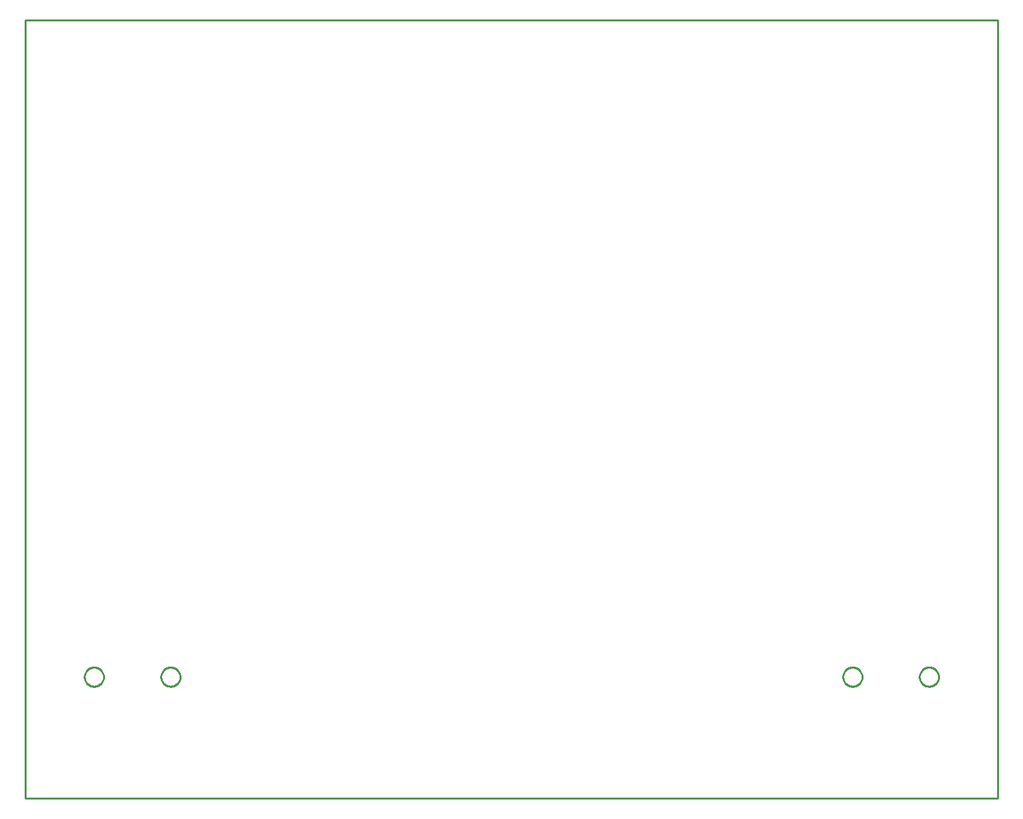
<source format=gbr>
G04 EAGLE Gerber RS-274X export*
G75*
%MOMM*%
%FSLAX34Y34*%
%LPD*%
%IN*%
%IPPOS*%
%AMOC8*
5,1,8,0,0,1.08239X$1,22.5*%
G01*
%ADD10C,0.254000*%


D10*
X0Y0D02*
X1270000Y0D01*
X1270000Y1016000D01*
X0Y1016000D01*
X0Y0D01*
X102200Y158409D02*
X102123Y157430D01*
X101969Y156460D01*
X101740Y155504D01*
X101436Y154570D01*
X101061Y153663D01*
X100615Y152788D01*
X100101Y151950D01*
X99524Y151155D01*
X98886Y150408D01*
X98192Y149714D01*
X97445Y149076D01*
X96650Y148499D01*
X95812Y147985D01*
X94937Y147539D01*
X94030Y147164D01*
X93096Y146860D01*
X92141Y146631D01*
X91170Y146477D01*
X90191Y146400D01*
X89209Y146400D01*
X88230Y146477D01*
X87260Y146631D01*
X86304Y146860D01*
X85370Y147164D01*
X84463Y147539D01*
X83588Y147985D01*
X82750Y148499D01*
X81955Y149076D01*
X81208Y149714D01*
X80514Y150408D01*
X79876Y151155D01*
X79299Y151950D01*
X78785Y152788D01*
X78339Y153663D01*
X77964Y154570D01*
X77660Y155504D01*
X77431Y156460D01*
X77277Y157430D01*
X77200Y158409D01*
X77200Y159391D01*
X77277Y160370D01*
X77431Y161341D01*
X77660Y162296D01*
X77964Y163230D01*
X78339Y164137D01*
X78785Y165012D01*
X79299Y165850D01*
X79876Y166645D01*
X80514Y167392D01*
X81208Y168086D01*
X81955Y168724D01*
X82750Y169301D01*
X83588Y169815D01*
X84463Y170261D01*
X85370Y170636D01*
X86304Y170940D01*
X87260Y171169D01*
X88230Y171323D01*
X89209Y171400D01*
X90191Y171400D01*
X91170Y171323D01*
X92141Y171169D01*
X93096Y170940D01*
X94030Y170636D01*
X94937Y170261D01*
X95812Y169815D01*
X96650Y169301D01*
X97445Y168724D01*
X98192Y168086D01*
X98886Y167392D01*
X99524Y166645D01*
X100101Y165850D01*
X100615Y165012D01*
X101061Y164137D01*
X101436Y163230D01*
X101740Y162296D01*
X101969Y161341D01*
X102123Y160370D01*
X102200Y159391D01*
X102200Y158409D01*
X202200Y158409D02*
X202123Y157430D01*
X201969Y156460D01*
X201740Y155504D01*
X201436Y154570D01*
X201061Y153663D01*
X200615Y152788D01*
X200101Y151950D01*
X199524Y151155D01*
X198886Y150408D01*
X198192Y149714D01*
X197445Y149076D01*
X196650Y148499D01*
X195812Y147985D01*
X194937Y147539D01*
X194030Y147164D01*
X193096Y146860D01*
X192141Y146631D01*
X191170Y146477D01*
X190191Y146400D01*
X189209Y146400D01*
X188230Y146477D01*
X187260Y146631D01*
X186304Y146860D01*
X185370Y147164D01*
X184463Y147539D01*
X183588Y147985D01*
X182750Y148499D01*
X181955Y149076D01*
X181208Y149714D01*
X180514Y150408D01*
X179876Y151155D01*
X179299Y151950D01*
X178785Y152788D01*
X178339Y153663D01*
X177964Y154570D01*
X177660Y155504D01*
X177431Y156460D01*
X177277Y157430D01*
X177200Y158409D01*
X177200Y159391D01*
X177277Y160370D01*
X177431Y161341D01*
X177660Y162296D01*
X177964Y163230D01*
X178339Y164137D01*
X178785Y165012D01*
X179299Y165850D01*
X179876Y166645D01*
X180514Y167392D01*
X181208Y168086D01*
X181955Y168724D01*
X182750Y169301D01*
X183588Y169815D01*
X184463Y170261D01*
X185370Y170636D01*
X186304Y170940D01*
X187260Y171169D01*
X188230Y171323D01*
X189209Y171400D01*
X190191Y171400D01*
X191170Y171323D01*
X192141Y171169D01*
X193096Y170940D01*
X194030Y170636D01*
X194937Y170261D01*
X195812Y169815D01*
X196650Y169301D01*
X197445Y168724D01*
X198192Y168086D01*
X198886Y167392D01*
X199524Y166645D01*
X200101Y165850D01*
X200615Y165012D01*
X201061Y164137D01*
X201436Y163230D01*
X201740Y162296D01*
X201969Y161341D01*
X202123Y160370D01*
X202200Y159391D01*
X202200Y158409D01*
X1092800Y158409D02*
X1092723Y157430D01*
X1092569Y156460D01*
X1092340Y155504D01*
X1092036Y154570D01*
X1091661Y153663D01*
X1091215Y152788D01*
X1090701Y151950D01*
X1090124Y151155D01*
X1089486Y150408D01*
X1088792Y149714D01*
X1088045Y149076D01*
X1087250Y148499D01*
X1086412Y147985D01*
X1085537Y147539D01*
X1084630Y147164D01*
X1083696Y146860D01*
X1082741Y146631D01*
X1081770Y146477D01*
X1080791Y146400D01*
X1079809Y146400D01*
X1078830Y146477D01*
X1077860Y146631D01*
X1076904Y146860D01*
X1075970Y147164D01*
X1075063Y147539D01*
X1074188Y147985D01*
X1073350Y148499D01*
X1072555Y149076D01*
X1071808Y149714D01*
X1071114Y150408D01*
X1070476Y151155D01*
X1069899Y151950D01*
X1069385Y152788D01*
X1068939Y153663D01*
X1068564Y154570D01*
X1068260Y155504D01*
X1068031Y156460D01*
X1067877Y157430D01*
X1067800Y158409D01*
X1067800Y159391D01*
X1067877Y160370D01*
X1068031Y161341D01*
X1068260Y162296D01*
X1068564Y163230D01*
X1068939Y164137D01*
X1069385Y165012D01*
X1069899Y165850D01*
X1070476Y166645D01*
X1071114Y167392D01*
X1071808Y168086D01*
X1072555Y168724D01*
X1073350Y169301D01*
X1074188Y169815D01*
X1075063Y170261D01*
X1075970Y170636D01*
X1076904Y170940D01*
X1077860Y171169D01*
X1078830Y171323D01*
X1079809Y171400D01*
X1080791Y171400D01*
X1081770Y171323D01*
X1082741Y171169D01*
X1083696Y170940D01*
X1084630Y170636D01*
X1085537Y170261D01*
X1086412Y169815D01*
X1087250Y169301D01*
X1088045Y168724D01*
X1088792Y168086D01*
X1089486Y167392D01*
X1090124Y166645D01*
X1090701Y165850D01*
X1091215Y165012D01*
X1091661Y164137D01*
X1092036Y163230D01*
X1092340Y162296D01*
X1092569Y161341D01*
X1092723Y160370D01*
X1092800Y159391D01*
X1092800Y158409D01*
X1192800Y158409D02*
X1192723Y157430D01*
X1192569Y156460D01*
X1192340Y155504D01*
X1192036Y154570D01*
X1191661Y153663D01*
X1191215Y152788D01*
X1190701Y151950D01*
X1190124Y151155D01*
X1189486Y150408D01*
X1188792Y149714D01*
X1188045Y149076D01*
X1187250Y148499D01*
X1186412Y147985D01*
X1185537Y147539D01*
X1184630Y147164D01*
X1183696Y146860D01*
X1182741Y146631D01*
X1181770Y146477D01*
X1180791Y146400D01*
X1179809Y146400D01*
X1178830Y146477D01*
X1177860Y146631D01*
X1176904Y146860D01*
X1175970Y147164D01*
X1175063Y147539D01*
X1174188Y147985D01*
X1173350Y148499D01*
X1172555Y149076D01*
X1171808Y149714D01*
X1171114Y150408D01*
X1170476Y151155D01*
X1169899Y151950D01*
X1169385Y152788D01*
X1168939Y153663D01*
X1168564Y154570D01*
X1168260Y155504D01*
X1168031Y156460D01*
X1167877Y157430D01*
X1167800Y158409D01*
X1167800Y159391D01*
X1167877Y160370D01*
X1168031Y161341D01*
X1168260Y162296D01*
X1168564Y163230D01*
X1168939Y164137D01*
X1169385Y165012D01*
X1169899Y165850D01*
X1170476Y166645D01*
X1171114Y167392D01*
X1171808Y168086D01*
X1172555Y168724D01*
X1173350Y169301D01*
X1174188Y169815D01*
X1175063Y170261D01*
X1175970Y170636D01*
X1176904Y170940D01*
X1177860Y171169D01*
X1178830Y171323D01*
X1179809Y171400D01*
X1180791Y171400D01*
X1181770Y171323D01*
X1182741Y171169D01*
X1183696Y170940D01*
X1184630Y170636D01*
X1185537Y170261D01*
X1186412Y169815D01*
X1187250Y169301D01*
X1188045Y168724D01*
X1188792Y168086D01*
X1189486Y167392D01*
X1190124Y166645D01*
X1190701Y165850D01*
X1191215Y165012D01*
X1191661Y164137D01*
X1192036Y163230D01*
X1192340Y162296D01*
X1192569Y161341D01*
X1192723Y160370D01*
X1192800Y159391D01*
X1192800Y158409D01*
M02*

</source>
